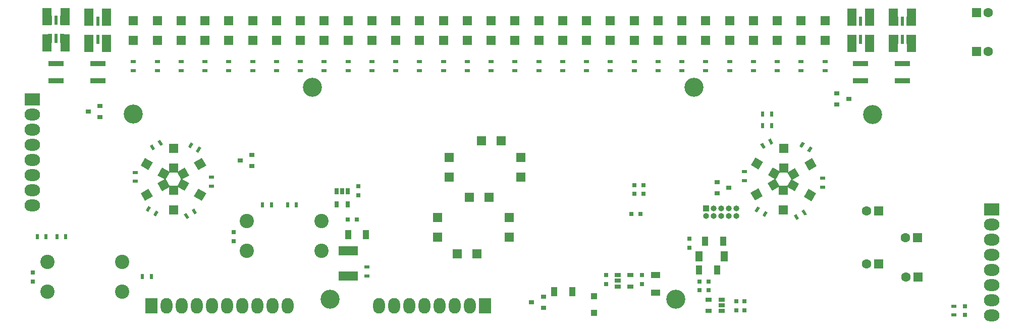
<source format=gts>
G04 #@! TF.GenerationSoftware,KiCad,Pcbnew,(5.1.9)-1*
G04 #@! TF.CreationDate,2021-02-21T21:58:38-05:00*
G04 #@! TF.ProjectId,FSAE Main Panel,46534145-204d-4616-996e-2050616e656c,rev?*
G04 #@! TF.SameCoordinates,Original*
G04 #@! TF.FileFunction,Soldermask,Top*
G04 #@! TF.FilePolarity,Negative*
%FSLAX46Y46*%
G04 Gerber Fmt 4.6, Leading zero omitted, Abs format (unit mm)*
G04 Created by KiCad (PCBNEW (5.1.9)-1) date 2021-02-21 21:58:38*
%MOMM*%
%LPD*%
G01*
G04 APERTURE LIST*
%ADD10O,2.000000X2.600000*%
%ADD11R,2.000000X2.600000*%
%ADD12C,3.200000*%
%ADD13C,0.100000*%
%ADD14R,0.900000X0.500000*%
%ADD15R,1.500000X1.500000*%
%ADD16R,1.000000X1.600000*%
%ADD17R,0.750000X0.800000*%
%ADD18R,0.800000X0.750000*%
%ADD19C,1.600000*%
%ADD20R,1.600000X1.600000*%
%ADD21R,1.600000X1.000000*%
%ADD22R,1.100000X1.100000*%
%ADD23R,1.500000X3.000000*%
%ADD24R,0.800000X1.650000*%
%ADD25R,0.600000X1.650000*%
%ADD26R,3.200000X1.500000*%
%ADD27O,2.600000X2.000000*%
%ADD28R,2.600000X2.000000*%
%ADD29O,1.000000X1.000000*%
%ADD30R,1.000000X1.000000*%
%ADD31R,1.250000X1.700000*%
%ADD32R,0.900000X0.800000*%
%ADD33R,0.500000X0.900000*%
%ADD34R,2.500000X0.900000*%
%ADD35C,2.400000*%
%ADD36R,1.060000X0.650000*%
%ADD37R,0.650000X1.060000*%
G04 APERTURE END LIST*
D10*
X166220000Y-115200000D03*
X168760000Y-115200000D03*
X171300000Y-115200000D03*
X173840000Y-115200000D03*
X176380000Y-115200000D03*
X178920000Y-115200000D03*
X181460000Y-115200000D03*
D11*
X184000000Y-115200000D03*
D12*
X158000000Y-114100000D03*
X216000000Y-114100000D03*
X249000000Y-83100000D03*
X125000000Y-83000000D03*
X219000000Y-78500000D03*
X155000000Y-78500000D03*
D13*
G36*
X127919520Y-98694327D02*
G01*
X127469520Y-99473749D01*
X127036508Y-99223749D01*
X127486508Y-98444327D01*
X127919520Y-98694327D01*
G37*
G36*
X129218558Y-99444327D02*
G01*
X128768558Y-100223749D01*
X128335546Y-99973749D01*
X128785546Y-99194327D01*
X129218558Y-99444327D01*
G37*
D14*
X125276533Y-92814038D03*
X125276533Y-94314038D03*
D13*
G36*
X129506013Y-88349711D02*
G01*
X129056013Y-87570289D01*
X129489025Y-87320289D01*
X129939025Y-88099711D01*
X129506013Y-88349711D01*
G37*
G36*
X128206975Y-89099711D02*
G01*
X127756975Y-88320289D01*
X128189987Y-88070289D01*
X128639987Y-88849711D01*
X128206975Y-89099711D01*
G37*
G36*
X135478480Y-89265673D02*
G01*
X135928480Y-88486251D01*
X136361492Y-88736251D01*
X135911492Y-89515673D01*
X135478480Y-89265673D01*
G37*
G36*
X134179442Y-88515673D02*
G01*
X134629442Y-87736251D01*
X135062454Y-87986251D01*
X134612454Y-88765673D01*
X134179442Y-88515673D01*
G37*
D14*
X138121467Y-95145962D03*
X138121467Y-93645962D03*
X227486642Y-92682878D03*
X227486642Y-94182878D03*
D13*
G36*
X231905655Y-88152589D02*
G01*
X231455655Y-87373167D01*
X231888667Y-87123167D01*
X232338667Y-87902589D01*
X231905655Y-88152589D01*
G37*
G36*
X230606617Y-88902589D02*
G01*
X230156617Y-88123167D01*
X230589629Y-87873167D01*
X231039629Y-88652589D01*
X230606617Y-88902589D01*
G37*
G36*
X238030013Y-89199711D02*
G01*
X238480013Y-88420289D01*
X238913025Y-88670289D01*
X238463025Y-89449711D01*
X238030013Y-89199711D01*
G37*
G36*
X236730975Y-88449711D02*
G01*
X237180975Y-87670289D01*
X237613987Y-87920289D01*
X237163987Y-88699711D01*
X236730975Y-88449711D01*
G37*
D14*
X240635358Y-95277122D03*
X240635358Y-93777122D03*
D13*
G36*
X236216345Y-99807411D02*
G01*
X236666345Y-100586833D01*
X236233333Y-100836833D01*
X235783333Y-100057411D01*
X236216345Y-99807411D01*
G37*
G36*
X237515383Y-99057411D02*
G01*
X237965383Y-99836833D01*
X237532371Y-100086833D01*
X237082371Y-99307411D01*
X237515383Y-99057411D01*
G37*
G36*
X229827668Y-95487653D02*
G01*
X230577668Y-96786691D01*
X229278630Y-97536691D01*
X228528630Y-96237653D01*
X229827668Y-95487653D01*
G37*
G36*
X232685552Y-93837653D02*
G01*
X233435552Y-95136691D01*
X232136514Y-95886691D01*
X231386514Y-94587653D01*
X232685552Y-93837653D01*
G37*
G36*
X230638668Y-91067653D02*
G01*
X229888668Y-92366691D01*
X228589630Y-91616691D01*
X229339630Y-90317653D01*
X230638668Y-91067653D01*
G37*
G36*
X233496552Y-92717653D02*
G01*
X232746552Y-94016691D01*
X231447514Y-93266691D01*
X232197514Y-91967653D01*
X233496552Y-92717653D01*
G37*
D15*
X234122000Y-88810000D03*
X234122000Y-92110000D03*
D13*
G36*
X238294332Y-92472347D02*
G01*
X237544332Y-91173309D01*
X238843370Y-90423309D01*
X239593370Y-91722347D01*
X238294332Y-92472347D01*
G37*
G36*
X235436448Y-94122347D02*
G01*
X234686448Y-92823309D01*
X235985486Y-92073309D01*
X236735486Y-93372347D01*
X235436448Y-94122347D01*
G37*
G36*
X237483332Y-96892347D02*
G01*
X238233332Y-95593309D01*
X239532370Y-96343309D01*
X238782370Y-97642347D01*
X237483332Y-96892347D01*
G37*
G36*
X234625448Y-95242347D02*
G01*
X235375448Y-93943309D01*
X236674486Y-94693309D01*
X235924486Y-95992347D01*
X234625448Y-95242347D01*
G37*
G36*
X130354552Y-93891347D02*
G01*
X131104552Y-95190385D01*
X129805514Y-95940385D01*
X129055514Y-94641347D01*
X130354552Y-93891347D01*
G37*
G36*
X127496668Y-95541347D02*
G01*
X128246668Y-96840385D01*
X126947630Y-97590385D01*
X126197630Y-96291347D01*
X127496668Y-95541347D01*
G37*
G36*
X131103552Y-92771347D02*
G01*
X130353552Y-94070385D01*
X129054514Y-93320385D01*
X129804514Y-92021347D01*
X131103552Y-92771347D01*
G37*
G36*
X128245668Y-91121347D02*
G01*
X127495668Y-92420385D01*
X126196630Y-91670385D01*
X126946630Y-90371347D01*
X128245668Y-91121347D01*
G37*
D15*
X131698000Y-92110000D03*
X131698000Y-88810000D03*
D13*
G36*
X133043448Y-94068653D02*
G01*
X132293448Y-92769615D01*
X133592486Y-92019615D01*
X134342486Y-93318653D01*
X133043448Y-94068653D01*
G37*
G36*
X135901332Y-92418653D02*
G01*
X135151332Y-91119615D01*
X136450370Y-90369615D01*
X137200370Y-91668653D01*
X135901332Y-92418653D01*
G37*
G36*
X132294448Y-95188653D02*
G01*
X133044448Y-93889615D01*
X134343486Y-94639615D01*
X133593486Y-95938653D01*
X132294448Y-95188653D01*
G37*
G36*
X135152332Y-96838653D02*
G01*
X135902332Y-95539615D01*
X137201370Y-96289615D01*
X136451370Y-97588653D01*
X135152332Y-96838653D01*
G37*
D16*
X220900000Y-104400000D03*
X223900000Y-104400000D03*
D17*
X218300000Y-103950000D03*
X218300000Y-105450000D03*
D18*
X210050000Y-99800000D03*
X208550000Y-99800000D03*
X210550000Y-95000000D03*
X209050000Y-95000000D03*
X209050000Y-96400000D03*
X210550000Y-96400000D03*
D17*
X141800000Y-104350000D03*
X141800000Y-102850000D03*
X108100000Y-109650000D03*
X108100000Y-111150000D03*
X264500000Y-115250000D03*
X264500000Y-116750000D03*
D19*
X254600000Y-110400000D03*
D20*
X256600000Y-110400000D03*
D19*
X268400000Y-72500000D03*
D20*
X266400000Y-72500000D03*
X266400000Y-66000000D03*
D19*
X268400000Y-66000000D03*
X254500000Y-103750000D03*
D20*
X256500000Y-103750000D03*
X250000000Y-99250000D03*
D19*
X248000000Y-99250000D03*
D20*
X250000000Y-108200000D03*
D19*
X248000000Y-108200000D03*
D16*
X198600000Y-112800000D03*
X195600000Y-112800000D03*
D17*
X227500000Y-115950000D03*
X227500000Y-114450000D03*
X226100000Y-115950000D03*
X226100000Y-114450000D03*
D18*
X219950000Y-112600000D03*
X221450000Y-112600000D03*
X221450000Y-111100000D03*
X219950000Y-111100000D03*
D16*
X219900000Y-109200000D03*
X222900000Y-109200000D03*
D17*
X204300000Y-111550000D03*
X204300000Y-110050000D03*
X210300000Y-110050000D03*
X210300000Y-111550000D03*
D21*
X212600000Y-110000000D03*
X212600000Y-113000000D03*
D17*
X162700000Y-96650000D03*
X162700000Y-95150000D03*
D18*
X160950000Y-100700000D03*
X162450000Y-100700000D03*
D16*
X161000000Y-103300000D03*
X164000000Y-103300000D03*
D22*
X202300000Y-113600000D03*
X202300000Y-116400000D03*
D14*
X164190000Y-110170000D03*
X164190000Y-108670000D03*
D15*
X125000000Y-67350000D03*
X125000000Y-70650000D03*
X129000000Y-67350000D03*
X129000000Y-70650000D03*
X133000000Y-70650000D03*
X133000000Y-67350000D03*
X137000000Y-67350000D03*
X137000000Y-70650000D03*
X141000000Y-70650000D03*
X141000000Y-67350000D03*
X145000000Y-67350000D03*
X145000000Y-70650000D03*
X149000000Y-70650000D03*
X149000000Y-67350000D03*
X153000000Y-67350000D03*
X153000000Y-70650000D03*
X157000000Y-67350000D03*
X157000000Y-70650000D03*
X161000000Y-70650000D03*
X161000000Y-67350000D03*
X165000000Y-67350000D03*
X165000000Y-70650000D03*
X169000000Y-70650000D03*
X169000000Y-67350000D03*
X173000000Y-70650000D03*
X173000000Y-67350000D03*
X177000000Y-70650000D03*
X177000000Y-67350000D03*
X181000000Y-70650000D03*
X181000000Y-67350000D03*
X185000000Y-67350000D03*
X185000000Y-70650000D03*
X189000000Y-70650000D03*
X189000000Y-67350000D03*
X193000000Y-67350000D03*
X193000000Y-70650000D03*
X197000000Y-67350000D03*
X197000000Y-70650000D03*
X201000000Y-67350000D03*
X201000000Y-70650000D03*
X205000000Y-70650000D03*
X205000000Y-67350000D03*
X209000000Y-67350000D03*
X209000000Y-70650000D03*
X213000000Y-70650000D03*
X213000000Y-67350000D03*
X217000000Y-70650000D03*
X217000000Y-67350000D03*
X221000000Y-67350000D03*
X221000000Y-70650000D03*
X225000000Y-70650000D03*
X225000000Y-67350000D03*
X229000000Y-67350000D03*
X229000000Y-70650000D03*
X233000000Y-70650000D03*
X233000000Y-67350000D03*
X237000000Y-70650000D03*
X237000000Y-67350000D03*
X241000000Y-67350000D03*
X241000000Y-70650000D03*
D23*
X113500000Y-71058000D03*
X113500000Y-66658000D03*
X110500000Y-66658000D03*
X110500000Y-71058000D03*
D24*
X110950000Y-70358000D03*
X113050000Y-70358000D03*
X113050000Y-67308000D03*
X110950000Y-67308000D03*
D25*
X112000000Y-67308000D03*
X112000000Y-70358000D03*
X119000000Y-70485000D03*
X119000000Y-67435000D03*
D24*
X117950000Y-67435000D03*
X120050000Y-67435000D03*
X120050000Y-70485000D03*
X117950000Y-70485000D03*
D23*
X117500000Y-71185000D03*
X117500000Y-66785000D03*
X120500000Y-66785000D03*
X120500000Y-71185000D03*
D25*
X254000000Y-70485000D03*
X254000000Y-67435000D03*
D24*
X252950000Y-67435000D03*
X255050000Y-67435000D03*
X255050000Y-70485000D03*
X252950000Y-70485000D03*
D23*
X252500000Y-71185000D03*
X252500000Y-66785000D03*
X255500000Y-66785000D03*
X255500000Y-71185000D03*
X248500000Y-71185000D03*
X248500000Y-66785000D03*
X245500000Y-66785000D03*
X245500000Y-71185000D03*
D24*
X245950000Y-70485000D03*
X248050000Y-70485000D03*
X248050000Y-67435000D03*
X245950000Y-67435000D03*
D25*
X247000000Y-67435000D03*
X247000000Y-70485000D03*
D15*
X183350000Y-87500000D03*
X186650000Y-87500000D03*
X190000000Y-90350000D03*
X190000000Y-93650000D03*
X188000000Y-100350000D03*
X188000000Y-103650000D03*
X182650000Y-106500000D03*
X179350000Y-106500000D03*
X176000000Y-103650000D03*
X176000000Y-100350000D03*
X178000000Y-93650000D03*
X178000000Y-90350000D03*
X184650000Y-97000000D03*
X181350000Y-97000000D03*
X131700000Y-99150000D03*
X131700000Y-95850000D03*
X234000000Y-95850000D03*
X234000000Y-99150000D03*
D26*
X161000000Y-106000000D03*
X161000000Y-110200000D03*
D27*
X269000000Y-116780000D03*
X269000000Y-114240000D03*
X269000000Y-111700000D03*
X269000000Y-109160000D03*
X269000000Y-106620000D03*
X269000000Y-104080000D03*
X269000000Y-101540000D03*
D28*
X269000000Y-99000000D03*
X108000000Y-80600000D03*
D27*
X108000000Y-83140000D03*
X108000000Y-85680000D03*
X108000000Y-88220000D03*
X108000000Y-90760000D03*
X108000000Y-93300000D03*
X108000000Y-95840000D03*
X108000000Y-98380000D03*
D10*
X150860000Y-115200000D03*
X148320000Y-115200000D03*
X145780000Y-115200000D03*
X143240000Y-115200000D03*
X140700000Y-115200000D03*
X138160000Y-115200000D03*
X135620000Y-115200000D03*
X133080000Y-115200000D03*
X130540000Y-115200000D03*
D11*
X128000000Y-115200000D03*
D29*
X226180000Y-100170000D03*
X226180000Y-98900000D03*
X224910000Y-100170000D03*
X224910000Y-98900000D03*
X223640000Y-100170000D03*
X223640000Y-98900000D03*
X222370000Y-100170000D03*
X222370000Y-98900000D03*
X221100000Y-100170000D03*
D30*
X221100000Y-98900000D03*
D31*
X219870000Y-106900000D03*
X224130000Y-106900000D03*
D32*
X193800000Y-115550000D03*
X193800000Y-113650000D03*
X191800000Y-114600000D03*
X144900000Y-91750000D03*
X144900000Y-89850000D03*
X142900000Y-90800000D03*
X224900000Y-95400000D03*
X222900000Y-96350000D03*
X222900000Y-94450000D03*
X117400000Y-82600000D03*
X119400000Y-81650000D03*
X119400000Y-83550000D03*
X245000000Y-80500000D03*
X243000000Y-81450000D03*
X243000000Y-79550000D03*
D33*
X152350000Y-98300000D03*
X150850000Y-98300000D03*
X146650000Y-98300000D03*
X148150000Y-98300000D03*
X112150000Y-103600000D03*
X113650000Y-103600000D03*
X110350000Y-103600000D03*
X108850000Y-103600000D03*
X126500000Y-110300000D03*
X128000000Y-110300000D03*
D14*
X262600000Y-115250000D03*
X262600000Y-116750000D03*
X125000000Y-75750000D03*
X125000000Y-74250000D03*
X129000000Y-74250000D03*
X129000000Y-75750000D03*
X133000000Y-74250000D03*
X133000000Y-75750000D03*
X137000000Y-74250000D03*
X137000000Y-75750000D03*
X141000000Y-74250000D03*
X141000000Y-75750000D03*
X145000000Y-75750000D03*
X145000000Y-74250000D03*
X149000000Y-74250000D03*
X149000000Y-75750000D03*
X153000000Y-74250000D03*
X153000000Y-75750000D03*
X157000000Y-75750000D03*
X157000000Y-74250000D03*
X161000000Y-74250000D03*
X161000000Y-75750000D03*
X165000000Y-75750000D03*
X165000000Y-74250000D03*
X169000000Y-74250000D03*
X169000000Y-75750000D03*
X173000000Y-75750000D03*
X173000000Y-74250000D03*
X177000000Y-75750000D03*
X177000000Y-74250000D03*
X181000000Y-74250000D03*
X181000000Y-75750000D03*
X185000000Y-75750000D03*
X185000000Y-74250000D03*
X189000000Y-74250000D03*
X189000000Y-75750000D03*
X193000000Y-75750000D03*
X193000000Y-74250000D03*
X197000000Y-75750000D03*
X197000000Y-74250000D03*
X201000000Y-74250000D03*
X201000000Y-75750000D03*
X205000000Y-75750000D03*
X205000000Y-74250000D03*
X209000000Y-74250000D03*
X209000000Y-75750000D03*
X213000000Y-74250000D03*
X213000000Y-75750000D03*
X217000000Y-75750000D03*
X217000000Y-74250000D03*
X221000000Y-74250000D03*
X221000000Y-75750000D03*
X225000000Y-75750000D03*
X225000000Y-74250000D03*
X229000000Y-74250000D03*
X229000000Y-75750000D03*
X233000000Y-75750000D03*
X233000000Y-74250000D03*
X237000000Y-74250000D03*
X237000000Y-75750000D03*
X241000000Y-75750000D03*
X241000000Y-74250000D03*
D33*
X232050000Y-83000000D03*
X230550000Y-83000000D03*
X230550000Y-85000000D03*
X232050000Y-85000000D03*
D34*
X112000000Y-77450000D03*
X112000000Y-74550000D03*
X119000000Y-74550000D03*
X119000000Y-77450000D03*
X254000000Y-74550000D03*
X254000000Y-77450000D03*
X247000000Y-77450000D03*
X247000000Y-74550000D03*
D13*
G36*
X135191025Y-98860289D02*
G01*
X135641025Y-99639711D01*
X135208013Y-99889711D01*
X134758013Y-99110289D01*
X135191025Y-98860289D01*
G37*
G36*
X133891987Y-99610289D02*
G01*
X134341987Y-100389711D01*
X133908975Y-100639711D01*
X133458975Y-99860289D01*
X133891987Y-99610289D01*
G37*
G36*
X231391025Y-99510289D02*
G01*
X230941025Y-100289711D01*
X230508013Y-100039711D01*
X230958013Y-99260289D01*
X231391025Y-99510289D01*
G37*
G36*
X230091987Y-98760289D02*
G01*
X229641987Y-99539711D01*
X229208975Y-99289711D01*
X229658975Y-98510289D01*
X230091987Y-98760289D01*
G37*
D35*
X156500000Y-101000000D03*
X144000000Y-101000000D03*
X156500000Y-106000000D03*
X144000000Y-106000000D03*
X110600000Y-112800000D03*
X123100000Y-112800000D03*
X110600000Y-107800000D03*
X123100000Y-107800000D03*
D36*
X223700000Y-116050000D03*
X223700000Y-115100000D03*
X223700000Y-114150000D03*
X221500000Y-114150000D03*
X221500000Y-116050000D03*
X206200000Y-110050000D03*
X206200000Y-111000000D03*
X206200000Y-111950000D03*
X208400000Y-111950000D03*
X208400000Y-110050000D03*
D37*
X160950000Y-98200000D03*
X159050000Y-98200000D03*
X159050000Y-96000000D03*
X160000000Y-96000000D03*
X160950000Y-96000000D03*
M02*

</source>
